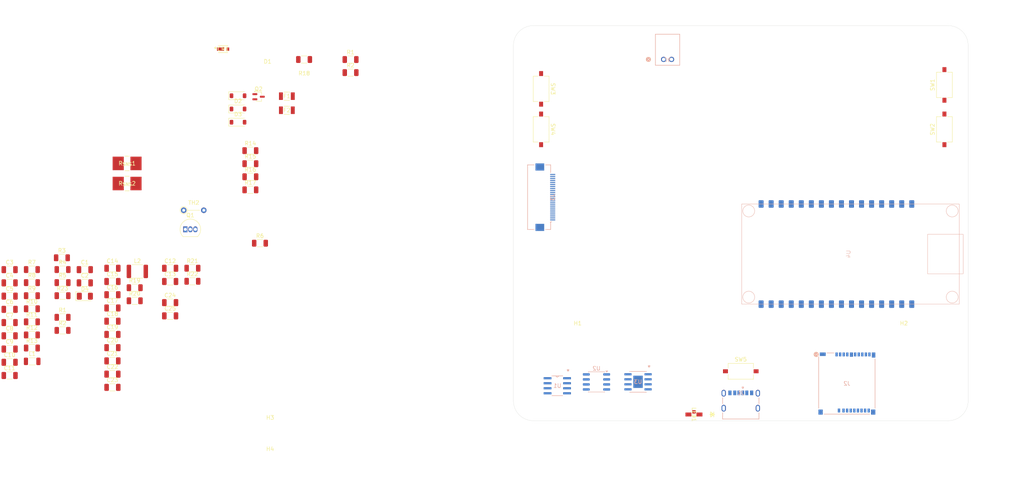
<source format=kicad_pcb>
(kicad_pcb (version 20241229) (generator "pcbnew") (generator_version "9.0")
  (layers (0 "F.Cu" signal) (4 "In1.Cu" signal) (6 "In2.Cu" signal) (2 "B.Cu" signal) (13 "F.Paste" user) (15 "B.Paste" user) (5 "F.SilkS" user "F.Silkscreen") (7 "B.SilkS" user "B.Silkscreen") (1 "F.Mask" user) (3 "B.Mask" user) (25 "Edge.Cuts" user))
  (net 0 "")
  (net 1 "/Battery Charging/VBUS")
  (net 2 "GND")
  (net 3 "Net-(J1-CC2)")
  (net 4 "Net-(J1-CC1)")
  (net 7 "/USB-C-Connector/VBUS")
  (net 10 "Net-(D1-K)")
  (net 11 "/Display Connector/PREVGL")
  (net 13 "/Display Connector/PREVGH")
  (net 21 "Net-(D2-A)")
  (net 22 "/Buck Converter/VIN")
  (net 23 "+3V3")
  (net 24 "/SCK")
  (net 25 "/COPI")
  (net 27 "/SD_CS")
  (net 29 "/CIPO")
  (net 30 "Net-(J3-VSHR)")
  (net 32 "Net-(J3-VSL)")
  (net 33 "/EP_RESET")
  (net 34 "Net-(J3-VDD_1V8)")
  (net 35 "Net-(J3-VCOM)")
  (net 36 "/Display Connector/GDR")
  (net 37 "/Display Connector/RESE")
  (net 39 "/EP_CS")
  (net 41 "/EP_BUSY")
  (net 43 "/EP_D{slash}C")
  (net 45 "Net-(J3-VSH)")
  (net 46 "/Buttons/RightButton")
  (net 47 "Net-(U4-GPIO0)")
  (net 48 "/Buttons/DownButton")
  (net 49 "Net-(R_{SNS}1-Pad2)")
  (net 50 "Net-(Q1-E)")
  (net 51 "/BAT_STAT")
  (net 52 "/Battery Charging/BAT+")
  (net 53 "Net-(U1-CC)")
  (net 54 "/Battery Charging/TS")
  (net 55 "/Battery Charging/VOUT")
  (net 56 "/Buck Converter/6")
  (net 57 "/Buck Converter/1")
  (net 58 "Net-(U3-EN)")
  (net 59 "/Buck Converter/3")
  (net 60 "Net-(U3-SS)")
  (net 61 "/Buck Converter/5")
  (net 62 "/Buttons/LeftButton")
  (net 63 "/Buttons/UpButton")
  (net 64 "/Buttons/HomeButton")
  (net 77 "Net-(C6-Pad1)")
  (net 78 "Net-(C8-Pad2)")
  (net 79 "Net-(C9-Pad2)")
  (net 80 "Net-(D4-A)")
  (net 81 "Net-(Q1-B)")
  (net 82 "Net-(LED1-Pad3)")
  (footprint "Resistor_SMD:R_1206_3216Metric" (layer "F.Cu") (at -26.52905 66.5671)
    (property "Reference" "R17" (at 0 -1.83 0) (layer "F.SilkS"))
    (property "Value" "100k")
    (pad "1" smd roundrect (at -1.4625 0) (size 1.125 1.75) (layers "F.Cu" "F.Mask" "F.Paste") (roundrect_rratio 0.222222) (net 46 "/Buttons/RightButton"))
    (pad "2" smd roundrect (at 1.4625 0) (size 1.125 1.75) (layers "F.Cu" "F.Mask" "F.Paste") (roundrect_rratio 0.222222) (net 2 "GND"))
  )
  (footprint "Capacitor_SMD:C_1206_3216Metric" (layer "F.Cu") (at -61.41655 99.8171)
    (property "Reference" "C18" (at 0 -1.85 0) (layer "F.SilkS"))
    (property "Value" "1uF/50V")
    (pad "1" smd roundrect (at -1.475 0) (size 1.15 1.8) (layers "F.Cu" "F.Mask" "F.Paste") (roundrect_rratio 0.217391) (net 23 "+3V3"))
    (pad "2" smd roundrect (at 1.475 0) (size 1.15 1.8) (layers "F.Cu" "F.Mask" "F.Paste") (roundrect_rratio 0.217391) (net 2 "GND"))
  )
  (footprint "Capacitor_SMD:C_1206_3216Metric" (layer "F.Cu") (at -61.41655 89.7671)
    (property "Reference" "C15" (at 0 -1.85 0) (layer "F.SilkS"))
    (property "Value" "10uF/50V")
    (pad "1" smd roundrect (at -1.475 0) (size 1.15 1.8) (layers "F.Cu" "F.Mask" "F.Paste") (roundrect_rratio 0.217391) (net 13 "/Display Connector/PREVGH"))
    (pad "2" smd roundrect (at 1.475 0) (size 1.15 1.8) (layers "F.Cu" "F.Mask" "F.Paste") (roundrect_rratio 0.217391) (net 2 "GND"))
  )
  (footprint "Resistor_SMD:R_1206_3216Metric" (layer "F.Cu") (at -81.78655 96.6771)
    (property "Reference" "R10" (at 0 -1.83 0) (layer "F.SilkS"))
    (property "Value" "0")
    (pad "1" smd roundrect (at -1.4625 0) (size 1.125 1.75) (layers "F.Cu" "F.Mask" "F.Paste") (roundrect_rratio 0.222222) (net 78 "Net-(C8-Pad2)"))
    (pad "2" smd roundrect (at 1.4625 0) (size 1.125 1.75) (layers "F.Cu" "F.Mask" "F.Paste") (roundrect_rratio 0.222222) (net 57 "/Buck Converter/1"))
  )
  (footprint "Resistor_SMD:R_1206_3216Metric" (layer "F.Cu") (at -55.78655 94.6571)
    (property "Reference" "R20" (at 0 -1.83 0) (layer "F.SilkS"))
    (property "Value" "10K")
    (pad "1" smd roundrect (at -1.4625 0) (size 1.125 1.75) (layers "F.Cu" "F.Mask" "F.Paste") (roundrect_rratio 0.222222) (net 36 "/Display Connector/GDR"))
    (pad "2" smd roundrect (at 1.4625 0) (size 1.125 1.75) (layers "F.Cu" "F.Mask" "F.Paste") (roundrect_rratio 0.222222) (net 2 "GND"))
  )
  (footprint "Resistor_SMD:R_1206_3216Metric" (layer "F.Cu") (at -24.10405 80.0671)
    (property "Reference" "R6" (at 0 -1.83 0) (layer "F.SilkS"))
    (property "Value" "100K")
    (pad "1" smd roundrect (at -1.4625 0) (size 1.125 1.75) (layers "F.Cu" "F.Mask" "F.Paste") (roundrect_rratio 0.222222) (net 1 "/Battery Charging/VBUS"))
    (pad "2" smd roundrect (at 1.4625 0) (size 1.125 1.75) (layers "F.Cu" "F.Mask" "F.Paste") (roundrect_rratio 0.222222) (net 2 "GND"))
  )
  (footprint "Resistor_SMD:R_1206_3216Metric" (layer "F.Cu") (at -41.18655 89.7071)
    (property "Reference" "R22" (at 0 -1.83 0) (layer "F.SilkS"))
    (property "Value" "1M")
    (pad "1" smd roundrect (at -1.4625 0) (size 1.125 1.75) (layers "F.Cu" "F.Mask" "F.Paste") (roundrect_rratio 0.222222) (net 47 "Net-(U4-GPIO0)"))
    (pad "2" smd roundrect (at 1.4625 0) (size 1.125 1.75) (layers "F.Cu" "F.Mask" "F.Paste") (roundrect_rratio 0.222222) (net 2 "GND"))
  )
  (footprint "Capacitor_SMD:C_1206_3216Metric" (layer "F.Cu") (at -87.41655 110.2171)
    (property "Reference" "C10" (at 0 -1.85 0) (layer "F.SilkS"))
    (property "Value" "22uF")
    (pad "1" smd roundrect (at -1.475 0) (size 1.15 1.8) (layers "F.Cu" "F.Mask" "F.Paste") (roundrect_rratio 0.217391) (net 2 "GND"))
    (pad "2" smd roundrect (at 1.475 0) (size 1.15 1.8) (layers "F.Cu" "F.Mask" "F.Paste") (roundrect_rratio 0.217391) (net 23 "+3V3"))
  )
  (footprint "Capacitor_SMD:C_1206_3216Metric" (layer "F.Cu") (at -87.41655 90.1171)
    (property "Reference" "C4" (at 0 -1.85 0) (layer "F.SilkS"))
    (property "Value" "0.1uF")
    (pad "1" smd roundrect (at -1.475 0) (size 1.15 1.8) (layers "F.Cu" "F.Mask" "F.Paste") (roundrect_rratio 0.217391) (net 2 "GND"))
    (pad "2" smd roundrect (at 1.475 0) (size 1.15 1.8) (layers "F.Cu" "F.Mask" "F.Paste") (roundrect_rratio 0.217391) (net 22 "/Buck Converter/VIN"))
  )
  (footprint "Resistor_SMD:R_1206_3216Metric" (layer "F.Cu") (at -74.03655 93.3671)
    (property "Reference" "R23" (at 0 -1.83 0) (layer "F.SilkS"))
    (property "Value" "2k")
    (pad "1" smd roundrect (at -1.4625 0) (size 1.125 1.75) (layers "F.Cu" "F.Mask" "F.Paste") (roundrect_rratio 0.222222) (net 51 "/BAT_STAT"))
    (pad "2" smd roundrect (at 1.4625 0) (size 1.125 1.75) (layers "F.Cu" "F.Mask" "F.Paste") (roundrect_rratio 0.222222) (net 82 "Net-(LED1-Pad3)"))
  )
  (footprint "Resistor_SMD:R_1206_3216Metric" (layer "F.Cu") (at -81.78655 93.3671)
    (property "Reference" "R9" (at 0 -1.83 0) (layer "F.SilkS"))
    (property "Value" "4.22k")
    (pad "1" smd roundrect (at -1.4625 0) (size 1.125 1.75) (layers "F.Cu" "F.Mask" "F.Paste") (roundrect_rratio 0.222222) (net 56 "/Buck Converter/6"))
    (pad "2" smd roundrect (at 1.4625 0) (size 1.125 1.75) (layers "F.Cu" "F.Mask" "F.Paste") (roundrect_rratio 0.222222) (net 77 "Net-(C6-Pad1)"))
  )
  (footprint "Capacitor_SMD:C_1206_3216Metric" (layer "F.Cu") (at -61.41655 86.4171)
    (property "Reference" "C14" (at 0 -1.85 0) (layer "F.SilkS"))
    (property "Value" "4.7uF")
    (pad "1" smd roundrect (at -1.475 0) (size 1.15 1.8) (layers "F.Cu" "F.Mask" "F.Paste") (roundrect_rratio 0.217391) (net 23 "+3V3"))
    (pad "2" smd roundrect (at 1.475 0) (size 1.15 1.8) (layers "F.Cu" "F.Mask" "F.Paste") (roundrect_rratio 0.217391) (net 2 "GND"))
  )
  (footprint "Resistor_SMD:R_1206_3216Metric" (layer "F.Cu") (at -41.18655 86.3971)
    (property "Reference" "R21" (at 0 -1.83 0) (layer "F.SilkS"))
    (property "Value" "1M")
    (pad "1" smd roundrect (at -1.4625 0) (size 1.125 1.75) (layers "F.Cu" "F.Mask" "F.Paste") (roundrect_rratio 0.222222) (net 52 "/Battery Charging/BAT+"))
    (pad "2" smd roundrect (at 1.4625 0) (size 1.125 1.75) (layers "F.Cu" "F.Mask" "F.Paste") (roundrect_rratio 0.222222) (net 47 "Net-(U4-GPIO0)"))
  )
  (footprint "Capacitor_SMD:C_1206_3216Metric" (layer "F.Cu") (at -61.41655 116.5671)
    (property "Reference" "C23" (at 0 -1.85 0) (layer "F.SilkS"))
    (property "Value" "1uF/50V")
    (pad "1" smd roundrect (at -1.475 0) (size 1.15 1.8) (layers "F.Cu" "F.Mask" "F.Paste") (roundrect_rratio 0.217391) (net 35 "Net-(J3-VCOM)"))
    (pad "2" smd roundrect (at 1.475 0) (size 1.15 1.8) (layers "F.Cu" "F.Mask" "F.Paste") (roundrect_rratio 0.217391) (net 2 "GND"))
  )
  (footprint "Capacitor_SMD:C_1206_3216Metric" (layer "F.Cu") (at -87.41655 100.1671)
    (property "Reference" "C7" (at 0 -1.85 0) (layer "F.SilkS"))
    (property "Value" "82pF")
    (pad "1" smd roundrect (at -1.475 0) (size 1.15 1.8) (layers "F.Cu" "F.Mask" "F.Paste") (roundrect_rratio 0.217391) (net 56 "/Buck Converter/6"))
    (pad "2" smd roundrect (at 1.475 0) (size 1.15 1.8) (layers "F.Cu" "F.Mask" "F.Paste") (roundrect_rratio 0.217391) (net 2 "GND"))
  )
  (footprint "MountingHole:MountingHole_3.2mm_M3" (layer "F.Cu") (at 138.75 104.5)
    (property "Reference" "H2" (at 0 -4.15 0) (layer "F.SilkS"))
    (property "Value" "MountingHole")
    (pad "" np_thru_hole circle (at 0 0) (size 3.2 3.2) (drill 3.2) (layers "*.Cu" "*.Mask"))
  )
  (footprint "Capacitor_SMD:C_1206_3216Metric" (layer "F.Cu") (at -61.41655 103.1671)
    (property "Reference" "C19" (at 0 -1.85 0) (layer "F.SilkS"))
    (property "Value" "1uF/50V")
    (pad "1" smd roundrect (at -1.475 0) (size 1.15 1.8) (layers "F.Cu" "F.Mask" "F.Paste") (roundrect_rratio 0.217391) (net 34 "Net-(J3-VDD_1V8)"))
    (pad "2" smd roundrect (at 1.475 0) (size 1.15 1.8) (layers "F.Cu" "F.Mask" "F.Paste") (roundrect_rratio 0.217391) (net 2 "GND"))
  )
  (footprint "LED_SMD:LED_1206_3216Metric" (layer "F.Cu") (at -68.38655 93.4871)
    (property "Reference" "D4" (at 0 -1.83 0) (layer "F.SilkS"))
    (property "Value" "LED")
    (pad "1" smd roundrect (at -1.4 0) (size 1.25 1.75) (layers "F.Cu" "F.Mask" "F.Paste") (roundrect_rratio 0.2) (net 2 "GND"))
    (pad "2" smd roundrect (at 1.4 0) (size 1.25 1.75) (layers "F.Cu" "F.Mask" "F.Paste") (roundrect_rratio 0.2) (net 80 "Net-(D4-A)"))
  )
  (footprint "Capacitor_SMD:C_1206_3216Metric" (layer "F.Cu") (at -46.81655 95.1171)
    (property "Reference" "C24" (at 0 -1.85 0) (layer "F.SilkS"))
    (property "Value" "0.1uF")
    (pad "1" smd roundrect (at -1.475 0) (size 1.15 1.8) (layers "F.Cu" "F.Mask" "F.Paste") (roundrect_rratio 0.217391) (net 23 "+3V3"))
    (pad "2" smd roundrect (at 1.475 0) (size 1.15 1.8) (layers "F.Cu" "F.Mask" "F.Paste") (roundrect_rratio 0.217391) (net 2 "GND"))
  )
  (footprint "Capacitor_SMD:C_1206_3216Metric" (layer "F.Cu") (at -61.41655 113.2171)
    (property "Reference" "C22" (at 0 -1.85 0) (layer "F.SilkS"))
    (property "Value" "1uF/50V")
    (pad "1" smd roundrect (at -1.475 0) (size 1.15 1.8) (layers "F.Cu" "F.Mask" "F.Paste") (roundrect_rratio 0.217391) (net 11 "/Display Connector/PREVGL"))
    (pad "2" smd roundrect (at 1.475 0) (size 1.15 1.8) (layers "F.Cu" "F.Mask" "F.Paste") (roundrect_rratio 0.217391) (net 2 "GND"))
  )
  (footprint "Capacitor_SMD:C_1206_3216Metric" (layer "F.Cu") (at -87.41655 106.8671)
    (property "Reference" "C9" (at 0 -1.85 0) (layer "F.SilkS"))
    (property "Value" "470pF")
    (pad "1" smd roundrect (at -1.475 0) (size 1.15 1.8) (layers "F.Cu" "F.Mask" "F.Paste") (roundrect_rratio 0.217391) (net 61 "/Buck Converter/5"))
    (pad "2" smd roundrect (at 1.475 0) (size 1.15 1.8) (layers "F.Cu" "F.Mask" "F.Paste") (roundrect_rratio 0.217391) (net 79 "Net-(C9-Pad2)"))
  )
  (footprint "Capacitor_SMD:C_1206_3216Metric" (layer "F.Cu") (at -46.81655 89.7671)
    (property "Reference" "C13" (at 0 -1.85 0) (layer "F.SilkS"))
    (property "Value" "10uF")
    (pad "1" smd roundrect (at -1.475 0) (size 1.15 1.8) (layers "F.Cu" "F.Mask" "F.Paste") (roundrect_rratio 0.217391) (net 23 "+3V3"))
    (pad "2" smd roundrect (at 1.475 0) (size 1.15 1.8) (layers "F.Cu" "F.Mask" "F.Paste") (roundrect_rratio 0.217391) (net 2 "GND"))
  )
  (footprint "Inductor_SMD:L_1206_3216Metric" (layer "F.Cu") (at -81.71655 109.9871)
    (property "Reference" "L1" (at 0 -1.9 0) (layer "F.SilkS"))
    (property "Value" "2.2uH")
    (pad "1" smd roundrect (at -1.575 0) (size 1.05 1.9) (layers "F.Cu" "F.Mask" "F.Paste") (roundrect_rratio 0.238095) (net 59 "/Buck Converter/3"))
    (pad "2" smd roundrect (at 1.575 0) (size 1.05 1.9) (layers "F.Cu" "F.Mask" "F.Paste") (roundrect_rratio 0.238095) (net 23 "+3V3"))
  )
  (footprint "Button_Switch_SMD:SW_Tactile_SPST_NO_Straight_CK_PTS636Sx25SMTRLFS" (layer "F.Cu") (at 149 51.25 90)
    (property "Reference" "SW2" (at 0 -3 90) (layer "F.SilkS"))
    (property "Value" "SW_Push")
    (pad "1" smd rect (at -3.875 0 90) (size 1.25 1) (layers "F.Cu" "F.Mask" "F.Paste") (net 23 "+3V3"))
    (pad "2" smd rect (at 3.875 0 90) (size 1.25 1) (layers "F.Cu" "F.Mask" "F.Paste") (net 46 "/Buttons/RightButton"))
  )
  (footprint "Resistor_SMD:R_1206_3216Metric" (layer "F.Cu") (at -81.78655 106.6071)
    (property "Reference" "R13" (at 0 -1.83 0) (layer "F.SilkS"))
    (property "Value" "3.24k")
    (pad "1" smd roundrect (at -1.4625 0) (size 1.125 1.75) (layers "F.Cu" "F.Mask" "F.Paste") (roundrect_rratio 0.222222) (net 61 "/Buck Converter/5"))
    (pad "2" smd roundrect (at 1.4625 0) (size 1.125 1.75) (layers "F.Cu" "F.Mask" "F.Paste") (roundrect_rratio 0.222222) (net 2 "GND"))
  )
  (footprint "Diode_SMD:D_SOD-123" (layer "F.Cu") (at -29.64655 49.4421)
    (property "Reference" "D3" (at 0 -2 0) (layer "F.SilkS"))
    (property "Value" "MBR0530")
    (pad "1" smd roundrect (at -1.65 0) (size 0.9 1.2) (layers "F.Cu" "F.Mask" "F.Paste") (net 2 "GND"))
    (pad "2" smd roundrect (at 1.65 0) (size 0.9 1.2) (layers "F.Cu" "F.Mask" "F.Paste") (net 10 "Net-(D1-K)"))
  )
  (footprint "Resistor_SMD:R_1206_3216Metric" (layer "F.Cu") (at -81.78655 99.9871)
    (property "Reference" "R11" (at 0 -1.83 0) (layer "F.SilkS"))
    (property "Value" "49.9")
    (pad "1" smd roundrect (at -1.4625 0) (size 1.125 1.75) (layers "F.Cu" "F.Mask" "F.Paste") (roundrect_rratio 0.222222) (net 23 "+3V3"))
    (pad "2" smd roundrect (at 1.4625 0) (size 1.125 1.75) (layers "F.Cu" "F.Mask" "F.Paste") (roundrect_rratio 0.222222) (net 79 "Net-(C9-Pad2)"))
  )
  (footprint "Button_Switch_SMD:SW_Tactile_SPST_NO_Straight_CK_PTS636Sx25SMTRLFS" (layer "F.Cu") (at 97.5 112.5)
    (property "Reference" "SW5" (at 0 -3 0) (layer "F.SilkS"))
    (property "Value" "SW_Push")
    (pad "1" smd rect (at -3.875 0) (size 1.25 1) (layers "F.Cu" "F.Mask" "F.Paste") (net 23 "+3V3"))
    (pad "2" smd rect (at 3.875 0) (size 1.25 1) (layers "F.Cu" "F.Mask" "F.Paste") (net 64 "/Buttons/HomeButton"))
  )
  (footprint "Resistor_THT:R_Axial_DIN0204_L3.6mm_D1.6mm_P5.08mm_Vertical" (layer "F.Cu") (at -43.39155 71.7371)
    (property "Reference" "TH2" (at 2.54 -1.92 0) (layer "F.SilkS"))
    (property "Value" "10K")
    (pad "1" thru_hole circle (at 0 0) (size 1.4 1.4) (drill 0.7) (layers "*.Cu" "*.Mask") (net 54 "/Battery Charging/TS"))
    (pad "2" thru_hole circle (at 5.08 0) (size 1.4 1.4) (drill 0.7) (layers "*.Cu" "*.Mask") (net 2 "GND"))
  )
  (footprint "Capacitor_SMD:C_1206_3216Metric" (layer "F.Cu") (at -46.81655 86.4171)
    (property "Reference" "C12" (at 0 -1.85 0) (layer "F.SilkS"))
    (property "Value" "0.1uF")
    (pad "1" smd roundrect (at -1.475 0) (size 1.15 1.8) (layers "F.Cu" "F.Mask" "F.Paste") (roundrect_rratio 0.217391) (net 23 "+3V3"))
    (pad "2" smd roundrect (at 1.475 0) (size 1.15 1.8) (layers "F.Cu" "F.Mask" "F.Paste") (roundrect_rratio 0.217391) (net 2 "GND"))
  )
  (footprint "Capacitor_SMD:C_1206_3216Metric" (layer "F.Cu") (at -61.41655 109.8671)
    (property "Reference" "C21" (at 0 -1.85 0) (layer "F.SilkS"))
    (property "Value" "1uF/50V")
    (pad "1" smd roundrect (at -1.475 0) (size 1.15 1.8) (layers "F.Cu" "F.Mask" "F.Paste") (roundrect_rratio 0.217391) (net 32 "Net-(J3-VSL)"))
    (pad "2" smd roundrect (at 1.475 0) (size 1.15 1.8) (layers "F.Cu" "F.Mask" "F.Paste") (roundrect_rratio 0.217391) (net 2 "GND"))
  )
  (footprint "Capacitor_SMD:C_1206_3216Metric" (layer "F.Cu") (at -46.81655 98.4671)
    (property "Reference" "C25" (at 0 -1.85 0) (layer "F.SilkS"))
    (property "Value" "10uF")
    (pad "1" smd roundrect (at -1.475 0) (size 1.15 1.8) (layers "F.Cu" "F.Mask" "F.Paste") (roundrect_rratio 0.217391) (net 23 "+3V3"))
    (pad "2" smd roundrect (at 1.475 0) (size 1.15 1.8) (layers "F.Cu" "F.Mask" "F.Paste") (roundrect_rratio 0.217391) (net 2 "GND"))
  )
  (footprint "0ZCJ0050FF2G:0ZCJ_BEL" (layer "F.Cu") (at -17.30245 46.4152)
    (property "Reference" "F2" (at 0 0 0) (layer "F.SilkS"))
    (property "Value" "0ZCJ0050FF2G")
    (pad "1" smd rect (at -1.4986 0) (size 0.9906 1.905) (layers "F.Cu" "F.Mask" "F.Paste") (net 55 "/Battery Charging/VOUT"))
    (pad "2" smd rect (at 1.4986 0) (size 0.9906 1.905) (layers "F.Cu" "F.Mask" "F.Paste") (net 22 "/Buck Converter/VIN"))
  )
  (footprint "Button_Switch_SMD:SW_Tactile_SPST_NO_Straight_CK_PTS636Sx25SMTRLFS" (layer "F.Cu") (at 47 41 -90)
    (property "Reference" "SW3" (at 0 -3 270) (layer "F.SilkS"))
    (property "Value" "SW_Push")
    (pad "1" smd rect (at -3.875 0 270) (size 1.25 1) (layers "F.Cu" "F.Mask" "F.Paste") (net 23 "+3V3"))
    (pad "2" smd rect (at 3.875 0 270) (size 1.25 1) (layers "F.Cu" "F.Mask" "F.Paste") (net 63 "/Buttons/UpButton"))
  )
  (footprint "Resistor_SMD:R_1206_3216Metric" (layer "F.Cu") (at -74.195 83.765)
    (property "Reference" "R3" (at 0 -1.83 0) (layer "F.SilkS"))
    (property "Value" "R_{T2}/6.8K")
    (pad "1" smd roundrect (at -1.4625 0) (size 1.125 1.75) (layers "F.Cu" "F.Mask" "F.Paste") (roundrect_rratio 0.222222) (net 1 "/Battery Charging/VBUS"))
    (pad "2" smd roundrect (at 1.4625 0) (size 1.125 1.75) (layers "F.Cu" "F.Mask" "F.Paste") (roundrect_rratio 0.222222) (net 54 "/Battery Charging/TS"))
  )
  (footprint "0ZCJ0050FF2G:0ZCJ_BEL" (layer "F.Cu") (at -17.30245 42.8498)
    (property "Reference" "F1" (at 0 0 0) (layer "F.SilkS"))
    (property "Value" "0ZCJ0050FF2G")
    (pad "1" smd rect (at -1.4986 0) (size 0.9906 1.905) (layers "F.Cu" "F.Mask" "F.Paste") (net 7 "/USB-C-Connector/VBUS"))
    (pad "2" smd rect (at 1.4986 0) (size 0.9906 1.905) (layers "F.Cu" "F.Mask" "F.Paste") (net 1 "/Battery Charging/VBUS"))
  )
  (footprint "MountingHole:MountingHole_3.2mm_M3" (layer "F.Cu") (at -21.525 136.325)
    (property "Reference" "H4" (at 0 -4.15 0) (layer "F.SilkS"))
    (property "Value" "MountingHole")
    (pad "" np_thru_hole circle (at 0 0) (size 3.2 3.2) (drill 3.2) (layers "*.Cu" "*.Mask"))
  )
  (footprint "CUHZ5V6_H3F:SOD-323HEUS2H_TOS" (layer "F.Cu") (at -33.429351 30.946799)
    (property "Reference" "CR1" (at 0 0 0) (layer "F.SilkS"))
    (property "Value" "CUHZ5V6_H3F")
    (fp_text user "*" (at -1.9304 0 0) (layer "F.SilkS"))
    (fp_text user "*" (at -1.9304 0 0) (layer "F.SilkS"))
    (pad "1" smd rect (at -0.6477 0) (size 1.8034 0.8382) (layers "F.Cu" "F.Mask" "F.Paste") (net 7 "/USB-C-Connector/VBUS"))
    (pad "2" smd rect (at 1.1938 0) (size 0.7112 0.8382) (layers "F.Cu" "F.Mask" "F.Paste") (net 2 "GND"))
  )
  (footprint "Resistor_SMD:R_1206_3216Metric" (layer "F.Cu") (at -81.78655 90.0571)
    (property "Reference" "R8" (at 0 -1.83 0) (layer "F.SilkS"))
    (property "Value" "45.3")
    (pad "1" smd roundrect (at -1.4625 0) (size 1.125 1.75) (layers "F.Cu" "F.Mask" "F.Paste") (roundrect_rratio 0.222222) (net 58 "Net-(U3-EN)"))
    (pad "2" smd roundrect (at 1.4625 0) (size 1.125 1.75) (layers "F.Cu" "F.Mask" "F.Paste") (roundrect_rratio 0.222222) (net 2 "GND"))
  )
  (footprint "Capacitor_SMD:C_1206_3216Metric" (layer "F.Cu") (at -61.41655 96.4671)
    (property "Reference" "C17" (at 0 -1.85 0) (layer "F.SilkS"))
    (property "Value" "1uF/50V")
    (pad "1" smd roundrect (at -1.475 0) (size 1.15 1.8) (layers "F.Cu" "F.Mask" "F.Paste") (roundrect_rratio 0.217391) (net 30 "Net-(J3-VSHR)"))
    (pad "2" smd roundrect (at 1.475 0) (size 1.15 1.8) (layers "F.Cu" "F.Mask" "F.Paste") (roundrect_rratio 0.217391) (net 2 "GND"))
  )
  (footprint "Resistor_SMD:R_1206_3216Metric" (layer "F.Cu") (at -1.195 33.575)
    (property "Reference" "R1" (at 0 -1.83 0) (layer "F.SilkS"))
    (property "Value" "5.1k")
    (pad "1" smd roundrect (at -1.4625 0) (size 1.125 1.75) (layers "F.Cu" "F.Mask" "F.Paste") (roundrect_rratio 0.222222) (net 2 "GND"))
    (pad "2" smd roundrect (at 1.4625 0) (size 1.125 1.75) (layers "F.Cu" "F.Mask" "F.Paste") (roundrect_rratio 0.222222) (net 4 "Net-(J1-CC1)"))
  )
  (footprint "Capacitor_SMD:C_1206_3216Metric" (layer "F.Cu") (at -87.41655 93.4671)
    (property "Reference" "C5" (at 0 -1.85 0) (layer "F.SilkS"))
    (property "Value" "10nF")
    (pad "1" smd roundrect (at -1.475 0) (size 1.15 1.8) (layers "F.Cu" "F.Mask" "F.Paste") (roundrect_rratio 0.217391) (net 2 "GND"))
    (pad "2" smd roundrect (at 1.475 0) (size 1.15 1.8) (layers "F.Cu" "F.Mask" "F.Paste") (roundrect_rratio 0.217391) (net 60 "Net-(U3-SS)"))
  )
  (footprint "Resistor_SMD:R_1206_3216Metric" (layer "F.Cu") (at -1.195 36.885)
    (property "Reference" "R2" (at 0 -1.83 0) (layer "F.SilkS"))
    (property "Value" "5.1k")
    (pad "1" smd roundrect (at -1.4625 0) (size 1.125 1.75) (layers "F.Cu" "F.Mask" "F.Paste") (roundrect_rratio 0.222222) (net 3 "Net-(J1-CC2)"))
    (pad "2" smd roundrect (at 1.4625 0) (size 1.125 1.75) (layers "F.Cu" "F.Mask" "F.Paste") (roundrect_rratio 0.222222) (net 2 "GND"))
  )
  (footprint "Resistor_SMD:R_1206_3216Metric" (layer "F.Cu") (at -74.03655 102.1471)
    (property "Reference" "R2" (at 0 -1.83 0) (layer "F.SilkS"))
    (property "Value" "5.1K")
    (pad "1" smd roundrect (at -1.4625 0) (size 1.125 1.75) (layers "F.Cu" "F.Mask" "F.Paste") (roundrect_rratio 0.222222) (net 4 "Net-(J1-CC1)"))
    (pad "2" smd roundrect (at 1.4625 0) (size 1.125 1.75) (layers "F.Cu" "F.Mask" "F.Paste") (roundrect_rratio 0.222222) (net 2 "GND"))
  )
  (footprint "Resistor_SMD:R_1206_3216Metric" (layer "F.Cu") (at -74.03655 98.8371)
    (property "Reference" "R1" (at 0 -1.83 0) (layer "F.SilkS"))
    (property "Value" "5.1K")
    (pad "1" smd roundrect (at -1.4625 0) (size 1.125 1.75) (layers "F.Cu" "F.Mask" "F.Paste") (roundrect_rratio 0.222222) (net 3 "Net-(J1-CC2)"))
    (pad "2" smd roundrect (at 1.4625 0) (size 1.125 1.75) (layers "F.Cu" "F.Mask" "F.Paste") (roundrect_rratio 0.222222) (net 2 "GND"))
  )
  (footprint "Button_Switch_SMD:SW_Tactile_SPST_NO_Straight_CK_PTS636Sx25SMTRLFS" (layer "F.Cu") (at 149 40 90)
    (property "Reference" "SW1" (at 0 -3 90) (layer "F.SilkS"))
    (property "Value" "SW_Push")
    (pad "1" smd rect (at -3.875 0 90) (size 1.25 1) (layers "F.Cu" "F.Mask" "F.Paste") (net 23 "+3V3"))
    (pad "2" smd rect (at 3.875 0 90) (size 1.25 1) (layers "F.Cu" "F.Mask" "F.Paste") (net 62 "/Buttons/LeftButton"))
  )
  (footprint "Capacitor_SMD:C_1206_3216Metric" (layer "F.Cu") (at -61.41655 106.5171)
    (property "Reference" "C20" (at 0 -1.85 0) (layer "F.SilkS"))
    (property "Value" "1uF/50V")
    (pad "1" smd roundrect (at -1.475 0) (size 1.15 1.8) (layers "F.Cu" "F.Mask" "F.Paste") (roundrect_rratio 0.217391) (net 45 "Net-(J3-VSH)"))
    (pad "2" smd roundrect (at 1.475 0) (size 1.15 1.8) (layers "F.Cu" "F.Mask" "F.Paste") (roundrect_rratio 0.217391) (net 2 "GND"))
  )
  (footprint "Capacitor_SMD:C_1206_3216Metric" (layer "F.Cu") (at -87.41655 103.5171)
    (property "Reference" "C8" (at 0 -1.85 0) (layer "F.SilkS"))
    (property "Value" "0.1uF")
    (pad "1" smd roundrect (at -1.475 0) (size 1.15 1.8) (layers "F.Cu" "F.Mask" "F.Paste") (roundrect_rratio 0.217391) (net 59 "/Buck Converter/3"))
    (pad "2" smd roundrect (at 1.475 0) (size 1.15 1.8) (layers "F.Cu" "F.Mask" "F.Paste") (roundrect_rratio 0.217391) (net 78 "Net-(C8-Pad2)"))
  )
  (footprint "Button_Switch_SMD:SW_Tactile_SPST_NO_Straight_CK_PTS636Sx25SMTRLFS" (layer "F.Cu") (at 47 51.25 -90)
    (property "Reference" "SW4" (at 0 -3 270) (layer "F.SilkS"))
    (property "Value" "SW_Push")
    (pad "1" smd rect (at -3.875 0 270) (size 1.25 1) (layers "F.Cu" "F.Mask" "F.Paste") (net 23 "+3V3"))
    (pad "2" smd rect (at 3.875 0 270) (size 1.25 1) (layers "F.Cu" "F.Mask" "F.Paste") (net 48 "/Buttons/DownButton"))
  )
  (footprint "Resistor_SMD:R_1206_3216Metric" (layer "F.Cu") (at -26.52905 56.6371)
    (property "Reference" "R14" (at 0 -1.83 0) (layer "F.SilkS"))
    (property "Value" "100k")
    (pad "1" smd roundrect (at -1.4625 0) (size 1.125 1.75) (layers "F.Cu" "F.Mask" "F.Paste") (roundrect_rratio 0.222222) (net 63 "/Buttons/UpButton"))
    (pad "2" smd roundrect (at 1.4625 0) (size 1.125 1.75) (layers "F.Cu" "F.Mask" "F.Paste") (roundrect_rratio 0.222222) (net 2 "GND"))
  )
  (footprint "Resistor_SMD:R_1206_3216Metric" (layer "F.Cu") (at -81.78655 103.2971)
    (property "Reference" "R12" (at 0 -1.83 0) (layer "F.SilkS"))
    (property "Value" "10k")
    (pad "1" smd roundrect (at -1.4625 0) (size 1.125 1.75) (layers "F.Cu" "F.Mask" "F.Paste") (roundrect_rratio 0.222222) (net 79 "Net-(C9-Pad2)"))
    (pad "2" smd roundrect (at 1.4625 0) (size 1.125 1.75) (layers "F.Cu" "F.Mask" "F.Paste") (roundrect_rratio 0.222222) (net 61 "/Buck Converter/5"))
  )
  (footprint "Package_TO_SOT_THT:TO-92_Inline" (layer "F.Cu") (at -42.98155 76.5671)
    (property "Reference" "Q1" (at 1.27 -3.56 0) (layer "F.SilkS"))
    (property "Value" "PNP")
    (pad "1" thru_hole rect (at 0 0) (size 1.05 1.5) (drill 0.75) (layers "*.Cu" "*.Mask") (net 52 "/Battery Charging/BAT+"))
    (pad "2" thru_hole oval (at 1.27 0) (size 1.05 1.5) (drill 0.75) (layers "*.Cu" "*.Mask") (net 81 "Net-(Q1-B)"))
    (pad "3" thru_hole oval (at 2.54 0) (size 1.05 1.5) (drill 0.75) (layers "*.Cu" "*.Mask") (net 50 "Net-(Q1-E)"))
  )
  (footprint "Diode_SMD:D_SOD-123" (layer "F.Cu") (at -29.64655 46.0921)
    (property "Reference" "D2" (at 0 -2 0) (layer "F.SilkS"))
    (property "Value" "MBR0530")
    (pad "1" smd roundrect (at -1.65 0) (size 0.9 1.2) (layers "F.Cu" "F.Mask" "F.Paste") (net 13 "/Display Connector/PREVGH"))
    (pad "2" smd roundrect (at 1.65 0) (size 0.9 1.2) (layers "F.Cu" "F.Mask" "F.Paste") (net 21 "Net-(D2-A)"))
  )
  (footprint "Resistor_SMD:R_1206_3216Metric" (layer "F.Cu") (at -55.78655 91.3471)
    (property "Reference" "R19" (at 0 -1.83 0) (layer "F.SilkS"))
    (property "Value" "0.47R")
    (pad "1" smd roundrect (at -1.4625 0) (size 1.125 1.75) (layers "F.Cu" "F.Mask" "F.Paste") (roundrect_rratio 0.222222) (net 37 "/Display Connector/RESE"))
    (pad "2" smd roundrect (at 1.4625 0) (size 1.125 1.75) (layers "F.Cu" "F.Mask" "F.Paste") (roundrect_rratio 0.222222) (net 2 "GND"))
  )
  (footprint "Capacitor_SMD:C_1206_3216Metric" (layer "F.Cu") (at -68.40655 86.7671)
    (property "Reference" "C1" (at 0 -1.85 0) (layer "F.SilkS"))
    (property "Value" "0.1uF")
    (pad "1" smd roundrect (at -1.475 0) (size 1.15 1.8) (layers "F.Cu" "F.Mask" "F.Paste") (roundrect_rratio 0.217391) (net 1 "/Battery Charging/VBUS"))
    (pad "2" smd roundrect (at 1.475 0) (size 1.15 1.8) (layers "F.Cu" "F.Mask" "F.Paste") (roundrect_rratio 0.217391) (net 2 "GND"))
  )
  (footprint "Resistor_SMD:R_1206_3216Metric" (layer "F.Cu") (at -81.78655 86.7471)
    (property "Reference" "R7" (at 0 -1.83 0) (layer "F.SilkS"))
    (property "Value" "66.5")
    (pad "1" smd roundrect (at -1.4625 0) (size 1.125 1.75) (layers "F.Cu" "F.Mask" "F.Paste") (roundrect_rratio 0.222222) (net 22 "/Buck Converter/VIN"))
    (pad "2" smd roundrect (at 1.4625 0) (size 1.125 1.75) (layers "F.Cu" "F.Mask" "F.Paste") (roundrect_rratio 0.222222) (net 58 "Net-(U3-EN)"))
  )
  (footprint "Resistor_SMD:R_1206_3216Metric" (layer "F.Cu") (at -26.52905 63.2571)
    (property "Reference" "R16" (at 0 -1.83 0) (layer "F.SilkS"))
    (property "Value" "100k")
    (pad "1" smd roundrect (at -1.4625 0) (size 1.125 1.75) (layers "F.Cu" "F.Mask" "F.Paste") (roundrect_rratio 0.222222) (net 62 "/Buttons/LeftButton"))
    (pad "2" smd roundrect (at 1.4625 0) (size 1.125 1.75) (layers "F.Cu" "F.Mask" "F.Paste") (roundrect_rratio 0.222222) (net 2 "GND"))
  )
  (footprint "WSL2512R1000FEA:RES_2512_WSL" (layer "F.Cu") (at -57.7047 64.9641)
    (property "Reference" "R_{SNS}2" (at 0 0 0) (layer "F.SilkS"))
    (property "Value" "0.2")
    (pad "1" smd rect (at -2.2479 0) (size 2.8194 3.429) (layers "F.Cu" "F.Mask" "F.Paste") (net 49 "Net-(R_{SNS}1-Pad2)"))
    (pad "2" smd rect (at 2.2479 0) (size 2.8194 3.429) (layers "F.Cu" "F.Mask" "F.Paste") (net 50 "Net-(Q1-E)"))
  )
  (footprint "Resistor_SMD:R_1206_3216Metric" (layer "F.Cu") (at -74.03655 90.0571)
    (property "Reference" "R5" (at 0 -1.83 0) (layer "F.SilkS"))
    (property "Value" "1k")
    (pad "1" smd roundrect (at -1.4625 0) (size 1.125 1.75) (layers "F.Cu" "F.Mask" "F.Paste") (roundrect_rratio 0.222222) (net 81 "Net-(Q1-B)"))
    (pad "2" smd roundrect (at 1.4625 0) (size 1.125 1.75) (layers "F.Cu" "F.Mask" "F.Paste") (roundrect_rratio 0.222222) (net 53 "Net-(U1-CC)"))
  )
  (footprint "Resistor_SMD:R_1206_3216Metric" (layer "F.Cu") (at -26.52905 59.9471)
    (property "Reference" "R15" (at 0 -1.83 0) (layer "F.SilkS"))
    (property "Value" "100k")
    (pad "1" smd roundrect (at -1.4625 0) (size 1.125 1.75) (layers "F.Cu" "F.Mask" "F.Paste") (roundrect_rratio 0.222222) (net 48 "/Buttons/DownButton"))
    (pad "2" smd roundrect (at 1.4625 0) (size 1.125 1.75) (layers "F.Cu" "F.Mask" "F.Paste") (roundrect_rratio 0.222222) (net 2 "GND"))
  )
  (footprint "Inductor_SMD:L_1812_4532Metric" (layer "F.Cu") (at -55.11655 87.2171)
    (property "Reference" "L2" (at 0 -2.65 0) (layer "F.SilkS"))
    (property "Value" "10uH/1A")
    (pad "1" smd roundrect (at -2.1375 0) (size 1.125 3.4) (layers "F.Cu" "F.Mask" "F.Paste") (roundrect_rratio 0.222222) (net 23 "+3V3"))
    (pad "2" smd roundrect (at 2.1375 0) (size 1.125 3.4) (layers "F.Cu" "F.Mask" "F.Paste") (roundrect_rratio 0.222222) (net 21 "Net-(D2-A)"))
  )
  (footprint "Capacitor_SMD:C_1206_3216Metric" (layer "F.Cu") (at -61.41655 93.1171)
    (property "Reference" "C16" (at 0 -1.85 0) (layer "F.SilkS"))
    (property "Value" "4.7uF/50V")
    (pad "1" smd roundrect (at -1.475 0) (size 1.15 1.8) (layers "F.Cu" "F.Mask" "F.Paste") (roundrect_rratio 0.217391) (net 10 "Net-(D1-K)"))
    (pad "2" smd roundrect (at 1.475 0) (size 1.15 1.8) (layers "F.Cu" "F.Mask" "F.Paste") (roundrect_rratio 0.217391) (net 21 "Net-(D2-A)"))
  )
  (footprint "Resistor_SMD:R_1206_3216Metric" (layer "F.Cu") (at -74.03655 86.7471)
    (property "Reference" "R4" (at 0 -1.83 0) (layer "F.SilkS"))
    (property "Value" "R_{T1}/6.8K")
    (pad "1" smd roundrect (at -1.4625 0) (size 1.125 1.75) (layers "F.Cu" "F.Mask" "F.Paste") (roundrect_rratio 0.222222) (net 54 "/Battery Charging/TS"))
    (pad "2" smd roundrect (at 1.4625 0) (size 1.125 1.75) (layers "F.Cu" "F.Mask" "F.Paste") (roundrect_rratio 0.222222) (net 2 "GND"))
  )
  (footprint "Capacitor_SMD:C_1206_3216Metric" (layer "F.Cu") (at -68.40655 90.1171)
    (property "Reference" "C2" (at 0 -1.85 0) (layer "F.SilkS"))
    (property "Value" "0.1uF")
    (pad "1" smd roundrect (at -1.475 0) (size 1.15 1.8) (layers "F.Cu" "F.Mask" "F.Paste") (roundrect_rratio 0.217391) (net 52 "/Battery Charging/BAT+"))
    (pad "2" smd roundrect (at 1.475 0) (size 1.15 1.8) (layers "F.Cu" "F.Mask" "F.Paste") (roundrect_rratio 0.217391) (net 2 "GND"))
  )
  (footprint "WSL2512R1000FEA:RES_2512_WSL" (layer "F.Cu") (at -57.7047 59.8747)
    (property "Reference" "R_{SNS}1" (at 0 0 0) (layer "F.SilkS"))
    (property "Value" "0.2")
    (pad "1" smd rect (at -2.2479 0) (size 2.8194 3.429) (layers "F.Cu" "F.Mask" "F.Paste") (net 1 "/Battery Charging/VBUS"))
    (pad "2" smd rect (at 2.2479 0) (size 2.8194 3.429) (layers "F.Cu" "F.Mask" "F.Paste") (net 49 "Net-(R_{SNS}1-Pad2)"))
  )
  (footprint "Capacitor_SMD:C_1206_3216Metric" (layer "F.Cu") (at -87.41655 86.7671)
    (property "Reference" "C3" (at 0 -1.85 0) (layer "F.SilkS"))
    (property "Value" "10uF")
    (pad "1" smd roundrect (at -1.475 0) (size 1.15 1.8) (layers "F.Cu" "F.Mask" "F.Paste") (roundrect_rratio 0.217391) (net 2 "GND"))
    (pad "2" smd roundrect (at 1.475 0) (size 1.15 1.8) (layers "F.Cu" "F.Mask" "F.Paste") (roundrect_rratio 0.217391) (net 22 "/Buck Converter/VIN"))
  )
  (footprint "Package_TO_SOT_SMD:SOT-323_SC-70" (layer "F.Cu") (at -24.45155 42.9871)
    (property "Reference" "Q2" (at 0 -1.95 0) (layer "F.SilkS"))
    (property "Value" "Si1308EDL")
    (pad "1" smd roundrect (at -0.9375 -0.65) (size 1.225 0.5) (layers "F.Cu" "F.Mask" "F.Paste") (net 36 "/Display Connector/GDR"))
    (pad "2" smd roundrect (at -0.9375 0.65) (size 1.225 0.5) (layers "F.Cu" "F.Mask" "F.Paste") (net 37 "/Display Connector/RESE"))
    (pad "3" smd roundrect (at 0.9375 0) (size 1.225 0.5) (layers "F.Cu" "F.Mask" "F.Paste") (net 21 "Net-(D2-A)"))
  )
  (footprint "Capacitor_SMD:C_1206_3216Metric" (layer "F.Cu") (at -87.41655 113.5671)
    (property "Reference" "C11" (at 0 -1.85 0) (layer "F.SilkS"))
    (property "Value" "22uF")
    (pad "1" smd roundrect (at -1.475 0) (size 1.15 1.8) (layers "F.Cu" "F.Mask" "F.Paste") (roundrect_rratio 0.217391) (net 2 "GND"))
    (pad "2" smd roundrect (at 1.475 0) (size 1.15 1.8) (layers "F.Cu" "F.Mask" "F.Paste") (roundrect_rratio 0.217391) (net 23 "+3V3"))
  )
  (footprint "MountingHole:MountingHole_3.2mm_M3" (layer "F.Cu") (at -21.525 128.375)
    (property "Reference" "H3" (at 0 -4.15 0) (layer "F.SilkS"))
    (property "Value" "MountingHole")
    (pad "" np_thru_hole circle (at 0 0) (size 3.2 3.2) (drill 3.2) (layers "*.Cu" "*.Mask"))
  )
  (footprint "Resistor_SMD:R_1206_3216Metric" (layer "F.Cu") (at -12.94155 33.5671)
    (property "Reference" "R18" (at 0.0375 3.5 0) (layer "F.SilkS"))
    (property "Value" "100k")
    (pad "1" smd roundrect (at -1.4625 0) (size 1.125 1.75) (layers "F.Cu" "F.Mask" "F.Paste") (roundrect_rratio 0.222222) (net 64 "/Buttons/HomeButton"))
    (pad "2" smd roundrect (at 1.4625 0) (size 1.125 1.75) (layers "F.Cu" "F.Mask" "F.Paste") (roundrect_rratio 0.222222) (net 2 "GND"))
  )
  (footprint "ul_HSMY-C110:LED3_HSMx-C110_AVA" (layer "F.Cu") (at 85.6533 123.4351 -90)
    (property "Reference" "LED1" (at 0 0 270) (layer "F.SilkS"))
    (property "Value" "HSMY-C110")
    (pad "1" smd rect (at 0 -1.397 270) (size 0.9906 1.4986) (layers "F.Cu" "F.Mask" "F.Paste") (net 2 "GND"))
    (pad "2" smd rect (at -0.6604 0 270) (size 0.889 0.889) (layers "F.Cu" "F.Mask" "F.Paste"))
    (pad "3" smd rect (at 0 1.397 270) (size 0.9906 1.4986) (layers "F.Cu" "F.Mask" "F.Paste") (net 82 "Net-(LED1-Pad3)"))
  )
  (footprint "Capacitor_SMD:C_1206_3216Metric" (layer "F.Cu") (at -87.41655 96.8171)
    (property "Reference" "C6" (at 0 -1.85 0) (layer "F.SilkS"))
    (property "Value" "8.2nF")
    (pad "1" smd roundrect (at -1.475 0) (size 1.15 1.8) (layers "F.Cu" "F.Mask" "F.Paste") (roundrect_rratio 0.217391) (net 77 "Net-(C6-Pad1)"))
    (pad "2" smd roundrect (at 1.475 0) (size 1.15 1.8) (layers "F.Cu" "F.Mask" "F.Paste") (roundrect_rratio 0.217391) (net 2 "GND"))
  )
  (footprint "MountingHole:MountingHole_3.2mm_M3" (layer "F.Cu") (at 56.25 104.5)
    (property "Reference" "H1" (at 0 -4.15 0) (layer "F.SilkS"))
    (property "Value" "MountingHole")
    (pad "" np_thru_hole circle (at 0 0) (size 3.2 3.2) (drill 3.2) (layers "*.Cu" "*.Mask"))
  )
  (footprint "Diode_SMD:D_SOD-123" (layer "F.Cu") (at -29.64655 42.7421)
    (property "Reference" "D1" (at 7.463549 -8.662701 0) (layer "F.SilkS"))
    (property "Value" "MBR0530")
    (pad "1" smd roundrect (at -1.65 0) (size 0.9 1.2) (layers "F.Cu" "F.Mask" "F.Paste") (net 10 "Net-(D1-K)"))
    (pad "2" smd roundrect (at 1.65 0) (size 0.9 1.2) (layers "F.Cu" "F.Mask" "F.Paste") (net 11 "/Display Connector/PREVGL"))
  )
  (footprint "FH12A_24S_0_5SH_55_:CONN24_1X24_DRC_FFC_HIR" (layer "B.Cu") (at 46.5 68.4242 -90)
    (property "Reference" "J3" (at 0 -3.429 90) (layer "B.SilkS") (effects (justify mirror)))
    (property "Value" "Conn_01x24_MountingPin")
    (pad "1" smd rect (at 5.750001 -3.429 180) (size 1.2954 0.254) (layers "B.Cu" "B.Mask" "B.Paste"))
    (pad "2" smd rect (at 5.250002 -3.429 180) (size 1.2954 0.254) (layers "B.Cu" "B.Mask" "B.Paste") (net 36 "/Display Connector/GDR"))
    (pad "3" smd rect (at 4.750001 -3.429 180) (size 1.2954 0.254) (layers "B.Cu" "B.Mask" "B.Paste") (net 37 "/Display Connector/RESE"))
    (pad "4" smd rect (at 4.250002 -3.429 180) (size 1.2954 0.254) (layers "B.Cu" "B.Mask" "B.Paste"))
    (pad "5" smd rect (at 3.75 -3.429 180) (size 1.2954 0.254) (layers "B.Cu" "B.Mask" "B.Paste") (net 30 "Net-(J3-VSHR)"))
    (pad "6" smd rect (at 3.250001 -3.429 180) (size 1.2954 0.254) (layers "B.Cu" "B.Mask" "B.Paste"))
    (pad "7" smd rect (at 2.750002 -3.429 180) (size 1.2954 0.254) (layers "B.Cu" "B.Mask" "B.Paste"))
    (pad "8" smd rect (at 2.250001 -3.429 180) (size 1.2954 0.254) (layers "B.Cu" "B.Mask" "B.Paste") (net 2 "GND"))
    (pad "9" smd rect (at 1.750002 -3.429 180) (size 1.2954 0.254) (layers "B.Cu" "B.Mask" "B.Paste") (net 41 "/EP_BUSY"))
    (pad "10" smd rect (at 1.250003 -3.429 180) (size 1.2954 0.254) (layers "B.Cu" "B.Mask" "B.Paste") (net 33 "/EP_RESET"))
    (pad "11" smd rect (at 0.750001 -3.429 180) (size 1.2954 0.254) (layers "B.Cu" "B.Mask" "B.Paste") (net 43 "/EP_D{slash}C"))
    (pad "12" smd rect (at 0.250002 -3.429 180) (size 1.2954 0.254) (layers "B.Cu" "B.Mask" "B.Paste") (net 39 "/EP_CS"))
    (pad "13" smd rect (at -0.25 -3.429 180) (size 1.2954 0.254) (layers "B.Cu" "B.Mask" "B.Paste") (net 24 "/SCK"))
    (pad "14" smd rect (at -0.749998 -3.429 180) (size 1.2954 0.254) (layers "B.Cu" "B.Mask" "B.Paste") (net 25 "/COPI"))
    (pad "15" smd rect (at -1.249997 -3.429 180) (size 1.2954 0.254) (layers "B.Cu" "B.Mask" "B.Paste") (net 23 "+3V3"))
    (pad "16" smd rect (at -1.749999 -3.429 180) (size 1.2954 0.254) (layers "B.Cu" "B.Mask" "B.Paste") (net 23 "+3V3"))
    (pad "17" smd rect (at -2.249998 -3.429 180) (size 1.2954 0.254) (layers "B.Cu" "B.Mask" "B.Paste") (net 2 "GND"))
    (pad "18" smd rect (at -2.75 -3.429 180) (size 1.2954 0.254) (layers "B.Cu" "B.Mask" "B.Paste") (net 34 "Net-(J3-VDD_1V8)"))
    (pad "19" smd rect (at -3.249999 -3.429 180) (size 1.2954 0.254) (layers "B.Cu" "B.Mask" "B.Paste"))
    (pad "20" smd rect (at -3.749998 -3.429 180) (size 1.2954 0.254) (layers "B.Cu" "B.Mask" "B.Paste") (net 45 "Net-(J3-VSH)"))
    (pad "21" smd rect (at -4.249999 -3.429 180) (size 1.2954 0.254) (layers "B.Cu" "B.Mask" "B.Paste") (net 13 "/Display Connector/PREVGH"))
    (pad "22" smd rect (at -4.749998 -3.429 180) (size 1.2954 0.254) (layers "B.Cu" "B.Mask" "B.Paste") (net 32 "Net-(J3-VSL)"))
    (pad "23" smd rect (at -5.25 -3.429 180) (size 1.2954 0.254) (layers "B.Cu" "B.Mask" "B.Paste") (net 11 "/Display Connector/PREVGL"))
    (pad "24" smd rect (at -5.749999 -3.429 180) (size 1.2954 0.254) (layers "B.Cu" "B.Mask" "B.Paste") (net 35 "Net-(J3-VCOM)"))
    (pad "25" smd rect (at -7.6454 -0.1778 270) (size 1.8034 2.2098) (layers "B.Cu" "B.Mask" "B.Paste"))
    (pad "26" smd rect (at 7.6454 -0.1778 270) (size 1.8034 2.2098) (layers "B.Cu" "B.Mask" "B.Paste"))
  )
  (footprint "S2B_PH_K_S_LF__SN_:CONN_S2B-PH-K-S_JST" (layer "B.Cu") (at 77.9864 33.54)
    (property "Reference" "J4" (at 1 0 180) (layer "B.SilkS") (effects (justify mirror)))
    (property "Value" "S2B-PH-K-SLFSN")
    (pad "1" thru_hole circle (at 0 0) (size 1.3208 1.3208) (drill 0.8128) (layers "*.Cu" "*.Mask") (net 52 "/Battery Charging/BAT+"))
    (pad "2" thru_hole circle (at 2.000001 0) (size 1.3208 1.3208) (drill 0.8128) (layers "*.Cu" "*.Mask") (net 2 "GND"))
  )
  (footprint "TPS5432DDAR:DDA_R-PDSO-G8_TEX" (layer "B.Cu") (at 71.5121 115.1621 180)
    (property "Reference" "U3" (at 0 0 0) (layer "B.SilkS") (effects (justify mirror)))
    (property "Value" "TPS5432DDA")
    (fp_text user "*" (at -2.80035 3.6068 0) (layer "B.SilkS") (effects (justify mirror)))
    (fp_text user "*" (at -2.80035 3.6068 0) (layer "B.SilkS") (effects (justify mirror)))
    (pad "1" smd rect (at -2.54635 1.905 180) (size 1.8161 0.5588) (layers "B.Cu" "B.Mask" "B.Paste") (net 57 "/Buck Converter/1"))
    (pad "2" smd rect (at -2.54635 0.635 180) (size 1.8161 0.5588) (layers "B.Cu" "B.Mask" "B.Paste") (net 22 "/Buck Converter/VIN"))
    (pad "3" smd rect (at -2.54635 -0.635 180) (size 1.8161 0.5588) (layers "B.Cu" "B.Mask" "B.Paste") (net 59 "/Buck Converter/3"))
    (pad "4" smd rect (at -2.54635 -1.905 180) (size 1.8161 0.5588) (layers "B.Cu" "B.Mask" "B.Paste") (net 2 "GND"))
    (pad "5" smd rect (at 2.54635 -1.905 180) (size 1.8161 0.5588) (layers "B.Cu" "B.Mask" "B.Paste") (net 61 "/Buck Converter/5"))
    (pad "6" smd rect (at 2.54635 -0.635 180) (size 1.8161 0.5588) (layers "B.Cu" "B.Mask" "B.Paste") (net 56 "/Buck Converter/6"))
    (pad "7" smd rect (at 2.54635 0.635 180) (size 1.8161 0.5588) (layers "B.Cu" "B.Mask" "B.Paste") (net 58 "Net-(U3-EN)"))
    (pad "8" smd rect (at 2.54635 1.905 180) (size 1.8161 0.5588) (layers "B.Cu" "B.Mask" "B.Paste") (net 60 "Net-(U3-SS)"))
    (pad "9" smd rect (at 0 0 180) (size 2.3876 3.0988) (layers "B.Cu" "B.Mask") (net 2 "GND"))
  )
  (footprint "Package_SO:SO-8_3.9x4.9mm_P1.27mm" (layer "B.Cu") (at 61.0025 115.19 180)
    (property "Reference" "U2" (at 0 3.4 0) (layer "B.SilkS") (effects (justify mirror)))
    (property "Value" "IRF7326D2TRPBF")
    (pad "1" smd roundrect (at -2.575 1.905 180) (size 1.75 0.6) (layers "B.Cu" "B.Mask" "B.Paste") (net 1 "/Battery Charging/VBUS"))
    (pad "2" smd roundrect (at -2.575 0.635 180) (size 1.75 0.6) (layers "B.Cu" "B.Mask" "B.Paste") (net 1 "/Battery Charging/VBUS"))
    (pad "3" smd roundrect (at -2.575 -0.635 180) (size 1.75 0.6) (layers "B.Cu" "B.Mask" "B.Paste") (net 52 "/Battery Charging/BAT+"))
    (pad "4" smd roundrect (at -2.575 -1.905 180) (size 1.75 0.6) (layers "B.Cu" "B.Mask" "B.Paste") (net 1 "/Battery Charging/VBUS"))
    (pad "5" smd roundrect (at 2.575 -1.905 180) (size 1.75 0.6) (layers "B.Cu" "B.Mask" "B.Paste") (net 55 "/Battery Charging/VOUT"))
    (pad "6" smd roundrect (at 2.575 -0.635 180) (size 1.75 0.6) (layers "B.Cu" "B.Mask" "B.Paste") (net 55 "/Battery Charging/VOUT"))
    (pad "7" smd roundrect (at 2.575 0.635 180) (size 1.75 0.6) (layers "B.Cu" "B.Mask" "B.Paste") (net 55 "/Battery Charging/VOUT"))
    (pad "8" smd roundrect (at 2.575 1.905 180) (size 1.75 0.6) (layers "B.Cu" "B.Mask" "B.Paste") (net 55 "/Battery Charging/VOUT"))
  )
  (footprint "2171750001:2171750001_MOL" (layer "B.Cu") (at 97.5 121 180)
    (property "Reference" "J1" (at 0 3.0344 0) (layer "B.SilkS") (effects (justify mirror)))
    (property "Value" "2171750001")
    (fp_text user "*" (at -0.508 4.064 0) (layer "B.SilkS") (effects (justify mirror)))
    (fp_text user "*" (at -0.508 4.064 0) (layer "B.SilkS") (effects (justify mirror)))
    (pad "" np_thru_hole oval (at -4.32 -0.845599 180) (size 1.0922 1.7018) (drill oval 0.6096 1.1938) (layers "*.Cu" "*.Mask"))
    (pad "" np_thru_hole oval (at -4.32 2.9544 180) (size 1.0922 1.7018) (drill oval 0.6096 1.1938) (layers "*.Cu" "*.Mask"))
    (pad "" np_thru_hole oval (at 4.32 -0.845599 180) (size 1.0922 1.7018) (drill oval 0.6096 1.1938) (layers "*.Cu" "*.Mask"))
    (pad "" np_thru_hole oval (at 4.32 2.9544 180) (size 1.0922 1.7018) (drill oval 0.6096 1.1938) (layers "*.Cu" "*.Mask"))
    (pad "A5" smd rect (at -0.499999 3.034401 180) (size 0.7112 1.1938) (layers "B.Cu" "B.Mask" "B.Paste") (net 4 "Net-(J1-CC1)"))
    (pad "A9" smd rect (at 1.52 3.034401 180) (size 0.762 1.1938) (layers "B.Cu" "B.Mask" "B.Paste") (net 7 "/USB-C-Connector/VBUS"))
    (pad "A12" smd rect (at 2.75 3.034401 180) (size 0.8128 1.1938) (layers "B.Cu" "B.Mask" "B.Paste") (net 2 "GND"))
    (pad "B5" smd rect (at 0.499999 3.034401 180) (size 0.7112 1.1938) (layers "B.Cu" "B.Mask" "B.Paste") (net 3 "Net-(J1-CC2)"))
    (pad "B9" smd rect (at -1.519936 3.034284 180) (size 0.762 1.1938) (layers "B.Cu" "B.Mask" "B.Paste") (net 7 "/USB-C-Connector/VBUS"))
    (pad "B12" smd rect (at -2.749936 3.034284 180) (size 0.8128 1.1938) (layers "B.Cu" "B.Mask" "B.Paste") (net 2 "GND"))
  )
  (footprint "BQ2057CSNTR:D8" (layer "B.Cu") (at 51.09465 116.1621 180)
    (property "Reference" "U1" (at 0 0 0) (layer "B.SilkS") (effects (justify mirror)))
    (property "Value" "BQ2057CSNTR")
    (fp_text user "*" (at -2.7178 3.6068 0) (layer "B.SilkS") (effects (justify mirror)))
    (fp_text user "*" (at -2.7178 3.6068 0) (layer "B.SilkS") (effects (justify mirror)))
    (pad "1" smd rect (at -2.4638 1.905 180) (size 1.9812 0.5588) (layers "B.Cu" "B.Mask" "B.Paste") (net 50 "Net-(Q1-E)"))
    (pad "2" smd rect (at -2.4638 0.635 180) (size 1.9812 0.5588) (layers "B.Cu" "B.Mask" "B.Paste") (net 52 "/Battery Charging/BAT+"))
    (pad "3" smd rect (at -2.4638 -0.635 180) (size 1.9812 0.5588) (layers "B.Cu" "B.Mask" "B.Paste") (net 1 "/Battery Charging/VBUS"))
    (pad "4" smd rect (at -2.4638 -1.905 180) (size 1.9812 0.5588) (layers "B.Cu" "B.Mask" "B.Paste") (net 54 "/Battery Charging/TS"))
    (pad "5" smd rect (at 2.4638 -1.905 180) (size 1.9812 0.5588) (layers "B.Cu" "B.Mask" "B.Paste") (net 51 "/BAT_STAT"))
    (pad "6" smd rect (at 2.4638 -0.635 180) (size 1.9812 0.5588) (layers "B.Cu" "B.Mask" "B.Paste") (net 2 "GND"))
    (pad "7" smd rect (at 2.4638 0.635 180) (size 1.9812 0.5588) (layers "B.Cu" "B.Mask" "B.Paste") (net 53 "Net-(U1-CC)"))
    (pad "8" smd rect (at 2.4638 1.905 180) (size 1.9812 0.5588) (layers "B.Cu" "B.Mask" "B.Paste") (net 1 "/Battery Charging/VBUS"))
  )
  (footprint "ESP32-C6-DEV-KIT-N8:ESP32-C6-DEV-KIT-N8" (layer "B.Cu") (at 125.24 82.82 -90)
    (property "Reference" "U4" (at 0 0.5 90) (layer "B.SilkS") (effects (font (thickness 0.1)) (justify mirror)))
    (property "Value" "~")
    (pad "1" smd roundrect (at -12.68 22.6 270) (size 1.905 1.27) (layers "B.Cu" "B.Mask" "B.Paste") (roundrect_rratio 0.15) (net 23 "+3V3"))
    (pad "2" smd roundrect (at -12.68 20.06 270) (size 1.905 1.27) (layers "B.Cu" "B.Mask" "B.Paste") (roundrect_rratio 0.15))
    (pad "3" smd roundrect (at -12.68 17.52 270) (size 1.905 1.27) (layers "B.Cu" "B.Mask" "B.Paste") (roundrect_rratio 0.15))
    (pad "4" smd roundrect (at -12.68 14.98 270) (size 1.905 1.27) (layers "B.Cu" "B.Mask" "B.Paste") (roundrect_rratio 0.15))
    (pad "5" smd roundrect (at -12.68 12.44 270) (size 1.905 1.27) (layers "B.Cu" "B.Mask" "B.Paste") (roundrect_rratio 0.15) (net 24 "/SCK"))
    (pad "6" smd roundrect (at -12.68 9.9 270) (size 1.905 1.27) (layers "B.Cu" "B.Mask" "B.Paste") (roundrect_rratio 0.15) (net 25 "/COPI"))
    (pad "7" smd roundrect (at -12.68 7.36 270) (size 1.905 1.27) (layers "B.Cu" "B.Mask" "B.Paste") (roundrect_rratio 0.15) (net 47 "Net-(U4-GPIO0)"))
    (pad "8" smd roundrect (at -12.68 4.82 270) (size 1.905 1.27) (layers "B.Cu" "B.Mask" "B.Paste") (roundrect_rratio 0.15) (net 51 "/BAT_STAT"))
    (pad "9" smd roundrect (at -12.68 2.28 270) (size 1.905 1.27) (layers "B.Cu" "B.Mask" "B.Paste") (roundrect_rratio 0.15) (net 41 "/EP_BUSY"))
    (pad "10" smd roundrect (at -12.68 -0.26 270) (size 1.905 1.27) (layers "B.Cu" "B.Mask" "B.Paste") (roundrect_rratio 0.15) (net 63 "/Buttons/UpButton"))
    (pad "11" smd roundrect (at -12.68 -2.8 270) (size 1.905 1.27) (layers "B.Cu" "B.Mask" "B.Paste") (roundrect_rratio 0.15) (net 48 "/Buttons/DownButton"))
    (pad "12" smd roundrect (at -12.68 -5.34 270) (size 1.905 1.27) (layers "B.Cu" "B.Mask" "B.Paste") (roundrect_rratio 0.15) (net 29 "/CIPO"))
    (pad "13" smd roundrect (at -12.68 -7.88 270) (size 1.905 1.27) (layers "B.Cu" "B.Mask" "B.Paste") (roundrect_rratio 0.15) (net 33 "/EP_RESET"))
    (pad "14" smd roundrect (at -12.68 -10.42 270) (size 1.905 1.27) (layers "B.Cu" "B.Mask" "B.Paste") (roundrect_rratio 0.15))
    (pad "15" smd roundrect (at -12.68 -12.96 270) (size 1.905 1.27) (layers "B.Cu" "B.Mask" "B.Paste") (roundrect_rratio 0.15) (net 2 "GND"))
    (pad "16" smd roundrect (at -12.68 -15.5 270) (size 1.905 1.27) (layers "B.Cu" "B.Mask" "B.Paste") (roundrect_rratio 0.15))
    (pad "17" smd roundrect (at 12.68 22.6 270) (size 1.905 1.27) (layers "B.Cu" "B.Mask" "B.Paste") (roundrect_rratio 0.15) (net 2 "GND"))
    (pad "18" smd roundrect (at 12.68 20.06 270) (size 1.905 1.27) (layers "B.Cu" "B.Mask" "B.Paste") (roundrect_rratio 0.15))
    (pad "19" smd roundrect (at 12.68 17.52 270) (size 1.905 1.27) (layers "B.Cu" "B.Mask" "B.Paste") (roundrect_rratio 0.15))
    (pad "20" smd roundrect (at 12.68 14.98 270) (size 1.905 1.27) (layers "B.Cu" "B.Mask" "B.Paste") (roundrect_rratio 0.15))
    (pad "21" smd roundrect (at 12.68 12.44 270) (size 1.905 1.27) (layers "B.Cu" "B.Mask" "B.Paste") (roundrect_rratio 0.15) (net 62 "/Buttons/LeftButton"))
    (pad "22" smd roundrect (at 12.68 9.9 270) (size 1.905 1.27) (layers "B.Cu" "B.Mask" "B.Paste") (roundrect_rratio 0.15) (net 64 "/Buttons/HomeButton"))
    (pad "23" smd roundrect (at 12.68 7.36 270) (size 1.905 1.27) (layers "B.Cu" "B.Mask" "B.Paste") (roundrect_rratio 0.15) (net 46 "/Buttons/RightButton"))
    (pad "24" smd roundrect (at 12.68 4.82 270) (size 1.905 1.27) (layers "B.Cu" "B.Mask" "B.Paste") (roundrect_rratio 0.15) (net 43 "/EP_D{slash}C"))
    (pad "25" smd roundrect (at 12.68 2.28 270) (size 1.905 1.27) (layers "B.Cu" "B.Mask" "B.Paste") (roundrect_rratio 0.15) (net 39 "/EP_CS"))
    (pad "26" smd roundrect (at 12.68 -0.26 270) (size 1.905 1.27) (layers "B.Cu" "B.Mask" "B.Paste") (roundrect_rratio 0.15) (net 27 "/SD_CS"))
    (pad "27" smd roundrect (at 12.68 -5.34 270) (size 1.905 1.27) (layers "B.Cu" "B.Mask" "B.Paste") (roundrect_rratio 0.15))
    (pad "28" smd roundrect (at 12.68 -2.8 270) (size 1.905 1.27) (layers "B.Cu" "B.Mask" "B.Paste") (roundrect_rratio 0.15) (net 2 "GND"))
    (pad "29" smd roundrect (at 12.68 -7.88 270) (size 1.905 1.27) (layers "B.Cu" "B.Mask" "B.Paste") (roundrect_rratio 0.15))
    (pad "30" smd roundrect (at 12.68 -10.42 270) (size 1.905 1.27) (layers "B.Cu" "B.Mask" "B.Paste") (roundrect_rratio 0.15))
    (pad "31" smd roundrect (at 12.68 -12.96 270) (size 1.905 1.27) (layers "B.Cu" "B.Mask" "B.Paste") (roundrect_rratio 0.15) (net 2 "GND"))
    (pad "32" smd roundrect (at 12.68 -15.5 270) (size 1.905 1.27) (layers "B.Cu" "B.Mask" "B.Paste") (roundrect_rratio 0.15))
  )
  (footprint "112L_TDA0:CONN_112L-TDA0_ATT" (layer "B.Cu") (at 124.3338 115.600001 180)
    (property "Reference" "J2" (at 0 0 0) (layer "B.SilkS") (effects (justify mirror)))
    (property "Value" "112L-TDA0")
    (pad "1" smd rect (at 2.6 7.370001 180) (size 0.6096 0.9906) (layers "B.Cu" "B.Mask" "B.Paste"))
    (pad "2" smd rect (at 1.699999 7.370001 180) (size 0.6096 0.9906) (layers "B.Cu" "B.Mask" "B.Paste") (net 27 "/SD_CS"))
    (pad "3" smd rect (at 0.800001 7.370001 180) (size 0.6096 0.9906) (layers "B.Cu" "B.Mask" "B.Paste") (net 25 "/COPI"))
    (pad "4" smd rect (at -0.1 7.370001 180) (size 0.6096 0.9906) (layers "B.Cu" "B.Mask" "B.Paste") (net 23 "+3V3"))
    (pad "5" smd rect (at -2.1 7.370001 180) (size 0.6096 0.9906) (layers "B.Cu" "B.Mask" "B.Paste") (net 24 "/SCK"))
    (pad "6" smd rect (at -3.9 7.370001 180) (size 0.6096 0.9906) (layers "B.Cu" "B.Mask" "B.Paste") (net 2 "GND"))
    (pad "7" smd rect (at -4.8 7.370001 180) (size 0.6096 0.9906) (layers "B.Cu" "B.Mask" "B.Paste") (net 29 "/CIPO"))
    (pad "8" smd rect (at -5.7 7.370001 180) (size 0.6096 0.9906) (layers "B.Cu" "B.Mask" "B.Paste"))
    (pad "9" smd rect (at 2 -6.83 180) (size 0.6096 0.9906) (layers "B.Cu" "B.Mask" "B.Paste"))
    (pad "10" smd rect (at -0.06 -6.83 180) (size 0.6096 0.9906) (layers "B.Cu" "B.Mask" "B.Paste"))
    (pad "11" smd rect (at -0.97 -6.83 180) (size 0.6096 0.9906) (layers "B.Cu" "B.Mask" "B.Paste"))
    (pad "12" smd rect (at -1.88 -6.83 180) (size 0.6096 0.9906) (layers "B.Cu" "B.Mask" "B.Paste"))
    (pad "13" smd rect (at -2.79 -6.83 180) (size 0.6096 0.9906) (layers "B.Cu" "B.Mask" "B.Paste"))
    (pad "14" smd rect (at -3.7 -6.83 180) (size 0.6096 0.9906) (layers "B.Cu" "B.Mask" "B.Paste"))
    (pad "15" smd rect (at -4.61 -6.83 180) (size 0.6096 0.9906) (layers "B.Cu" "B.Mask" "B.Paste"))
    (pad "16" smd rect (at -5.52 -6.83 180) (size 0.6096 0.9906) (layers "B.Cu" "B.Mask" "B.Paste"))
    (pad "17" smd rect (at 0.85 -6.83 180) (size 0.6096 0.9906) (layers "B.Cu" "B.Mask" "B.Paste"))
    (pad "18" smd rect (at -3 7.370001 180) (size 0.6096 0.9906) (layers "B.Cu" "B.Mask" "B.Paste"))
    (pad "19" smd rect (at -6.75 7.220001 180) (size 0.889 1.2954) (layers "B.Cu" "B.Mask" "B.Paste") (net 2 "GND"))
    (pad "20" smd rect (at -1.15 7.320001 180) (size 0.8128 1.0922) (layers "B.Cu" "B.Mask" "B.Paste") (net 2 "GND"))
    (pad "21" smd rect (at 6.1 7.420001 180) (size 1.4986 0.889) (layers "B.Cu" "B.Mask" "B.Paste") (net 2 "GND"))
    (pad "22" smd rect (at -6.65 -7.23 180) (size 1.0922 1.2954) (layers "B.Cu" "B.Mask" "B.Paste") (net 2 "GND"))
    (pad "23" smd rect (at 6.65 -7.23 180) (size 1.0922 1.2954) (layers "B.Cu" "B.Mask" "B.Paste") (net 2 "GND"))
  )
  (gr_line (start 150 125) (end 45 125) (stroke (width 0.05)) (layer "Edge.Cuts"))
  (gr_line (start 45 25) (end 150 25) (stroke (width 0.05)) (layer "Edge.Cuts"))
  (gr_line (start 40 120) (end 40 30) (stroke (width 0.05)) (layer "Edge.Cuts"))
  (gr_arc (start 155 120) (mid 153.535534 123.535534) (end 150 125) (stroke (width 0.05)) (layer "Edge.Cuts"))
  (gr_arc (start 40 30) (mid 41.464466 26.464466) (end 45 25) (stroke (width 0.05)) (layer "Edge.Cuts"))
  (gr_arc (start 150 25) (mid 153.535534 26.464466) (end 155 30) (stroke (width 0.05)) (layer "Edge.Cuts"))
  (gr_line (start 155 30) (end 155 120) (stroke (width 0.05)) (layer "Edge.Cuts"))
  (gr_arc (start 45 125) (mid 41.464466 123.535534) (end 40 120) (stroke (width 0.05)) (layer "Edge.Cuts"))
)
</source>
